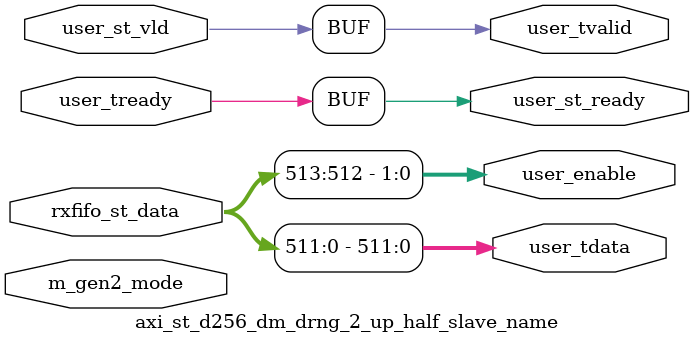
<source format=sv>

module axi_st_d256_dm_drng_2_up_half_slave_name  (

  // st channel
  output logic [ 511:   0]   user_tdata          ,
  output logic               user_tvalid         ,
  input  logic               user_tready         ,
  output logic [   1:   0]   user_enable         ,

  // Logic Link Interfaces
  input  logic               user_st_vld         ,
  input  logic [ 513:   0]   rxfifo_st_data      ,
  output logic               user_st_ready       ,

  input  logic               m_gen2_mode         

);

  // Connect Data

  assign user_tvalid                        = user_st_vld                        ;
  assign user_st_ready                      = user_tready                        ;
  assign user_tdata           [   0 +: 256] = rxfifo_st_data       [   0 +: 256] ;
  assign user_enable          [   0 +:   1] = rxfifo_st_data       [ 512 +:   1] ;
  assign user_tdata           [ 256 +: 256] = rxfifo_st_data       [ 256 +: 256] ;
  assign user_enable          [   1 +:   1] = rxfifo_st_data       [ 513 +:   1] ;

endmodule

</source>
